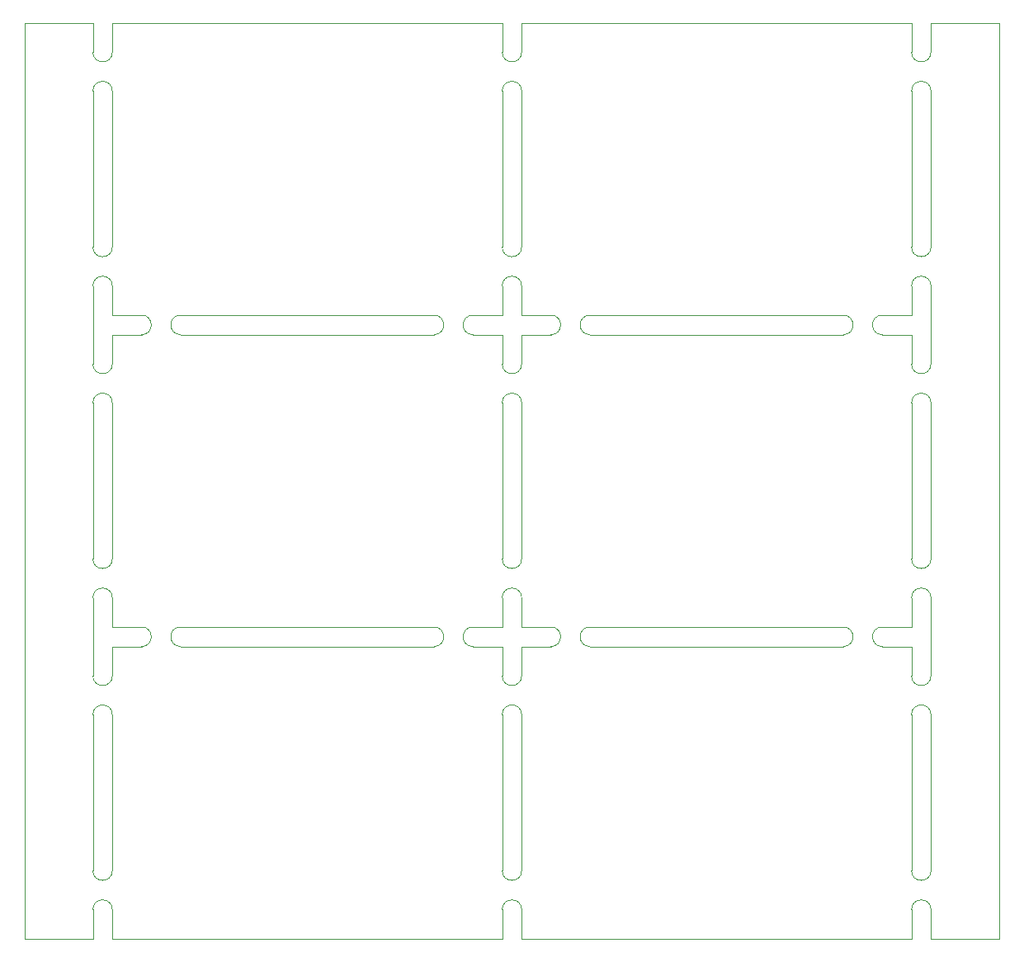
<source format=gbr>
%TF.GenerationSoftware,KiCad,Pcbnew,5.1.8*%
%TF.CreationDate,2020-11-15T21:37:53+00:00*%
%TF.ProjectId,rs232_isolator_panel,72733233-325f-4697-936f-6c61746f725f,rev?*%
%TF.SameCoordinates,PX1d905c0PY2625a00*%
%TF.FileFunction,Profile,NP*%
%FSLAX46Y46*%
G04 Gerber Fmt 4.6, Leading zero omitted, Abs format (unit mm)*
G04 Created by KiCad (PCBNEW 5.1.8) date 2020-11-15 21:37:53*
%MOMM*%
%LPD*%
G01*
G04 APERTURE LIST*
%TA.AperFunction,Profile*%
%ADD10C,0.050000*%
%TD*%
G04 APERTURE END LIST*
D10*
X51000000Y-87000000D02*
G75*
G02*
X49000000Y-87000000I-1000000J0D01*
G01*
X51000000Y-32000000D02*
X54000000Y-32000000D01*
X51000000Y-55000000D02*
X51000000Y-39000000D01*
X7000000Y-27000000D02*
G75*
G02*
X9000000Y-27000000I1000000J0D01*
G01*
X51000000Y-64000000D02*
X54000000Y-64000000D01*
X93000000Y-94000000D02*
X93000000Y-91000000D01*
X46000000Y-32000000D02*
G75*
G02*
X46000000Y-30000000I0J1000000D01*
G01*
X51000000Y-35000000D02*
G75*
G02*
X49000000Y-35000000I-1000000J0D01*
G01*
X46000000Y0D02*
X49000000Y0D01*
X93000000Y-35000000D02*
X93000000Y-27000000D01*
X88000000Y-94000000D02*
X91000000Y-94000000D01*
X51000000Y-23000000D02*
G75*
G02*
X49000000Y-23000000I-1000000J0D01*
G01*
X42000000Y-62000000D02*
G75*
G02*
X42000000Y-64000000I0J-1000000D01*
G01*
X7000000Y-59000000D02*
G75*
G02*
X9000000Y-59000000I1000000J0D01*
G01*
X9000000Y-23000000D02*
X9000000Y-7000000D01*
X12000000Y-62000000D02*
G75*
G02*
X12000000Y-64000000I0J-1000000D01*
G01*
X91000000Y-35000000D02*
X91000000Y-32000000D01*
X51000000Y0D02*
X54000000Y0D01*
X54000000Y-30000000D02*
X51000000Y-30000000D01*
X91000000Y-67000000D02*
X91000000Y-64000000D01*
X91000000Y-27000000D02*
G75*
G02*
X93000000Y-27000000I1000000J0D01*
G01*
X93000000Y0D02*
X100000000Y0D01*
X58000000Y0D02*
X84000000Y0D01*
X54000000Y-62000000D02*
X51000000Y-62000000D01*
X93000000Y-87000000D02*
G75*
G02*
X91000000Y-87000000I-1000000J0D01*
G01*
X7000000Y-23000000D02*
X7000000Y-7000000D01*
X49000000Y-94000000D02*
X49000000Y-91000000D01*
X49000000Y-27000000D02*
G75*
G02*
X51000000Y-27000000I1000000J0D01*
G01*
X91000000Y-55000000D02*
X91000000Y-39000000D01*
X58000000Y-64000000D02*
G75*
G02*
X58000000Y-62000000I0J1000000D01*
G01*
X51000000Y-55000000D02*
G75*
G02*
X49000000Y-55000000I-1000000J0D01*
G01*
X9000000Y0D02*
X12000000Y0D01*
X7000000Y-39000000D02*
G75*
G02*
X9000000Y-39000000I1000000J0D01*
G01*
X0Y0D02*
X7000000Y0D01*
X49000000Y-35000000D02*
X49000000Y-32000000D01*
X49000000Y-30000000D02*
X49000000Y-27000000D01*
X9000000Y-67000000D02*
X9000000Y-64000000D01*
X9000000Y-87000000D02*
G75*
G02*
X7000000Y-87000000I-1000000J0D01*
G01*
X49000000Y-59000000D02*
G75*
G02*
X51000000Y-59000000I1000000J0D01*
G01*
X12000000Y-62000000D02*
X9000000Y-62000000D01*
X49000000Y-23000000D02*
X49000000Y-7000000D01*
X9000000Y-30000000D02*
X9000000Y-27000000D01*
X54000000Y-94000000D02*
X58000000Y-94000000D01*
X46000000Y-94000000D02*
X49000000Y-94000000D01*
X58000000Y-94000000D02*
X84000000Y-94000000D01*
X51000000Y-67000000D02*
G75*
G02*
X49000000Y-67000000I-1000000J0D01*
G01*
X16000000Y-62000000D02*
X42000000Y-62000000D01*
X9000000Y-94000000D02*
X9000000Y-91000000D01*
X88000000Y-64000000D02*
G75*
G02*
X88000000Y-62000000I0J1000000D01*
G01*
X58000000Y-64000000D02*
X84000000Y-64000000D01*
X9000000Y-35000000D02*
X9000000Y-32000000D01*
X91000000Y-3000000D02*
X91000000Y0D01*
X91000000Y-87000000D02*
X91000000Y-71000000D01*
X0Y-94000000D02*
X0Y0D01*
X91000000Y-23000000D02*
X91000000Y-7000000D01*
X7000000Y-67000000D02*
X7000000Y-59000000D01*
X54000000Y0D02*
X58000000Y0D01*
X51000000Y-94000000D02*
X51000000Y-91000000D01*
X88000000Y-32000000D02*
G75*
G02*
X88000000Y-30000000I0J1000000D01*
G01*
X91000000Y-30000000D02*
X91000000Y-27000000D01*
X7000000Y-91000000D02*
G75*
G02*
X9000000Y-91000000I1000000J0D01*
G01*
X88000000Y-30000000D02*
X91000000Y-30000000D01*
X9000000Y-35000000D02*
G75*
G02*
X7000000Y-35000000I-1000000J0D01*
G01*
X12000000Y0D02*
X16000000Y0D01*
X91000000Y-94000000D02*
X91000000Y-91000000D01*
X49000000Y-71000000D02*
G75*
G02*
X51000000Y-71000000I1000000J0D01*
G01*
X100000000Y0D02*
X100000000Y-94000000D01*
X9000000Y-3000000D02*
X9000000Y0D01*
X93000000Y-3000000D02*
G75*
G02*
X91000000Y-3000000I-1000000J0D01*
G01*
X16000000Y-30000000D02*
X42000000Y-30000000D01*
X91000000Y-91000000D02*
G75*
G02*
X93000000Y-91000000I1000000J0D01*
G01*
X7000000Y-94000000D02*
X7000000Y-91000000D01*
X49000000Y-3000000D02*
X49000000Y0D01*
X9000000Y-32000000D02*
X12000000Y-32000000D01*
X9000000Y-62000000D02*
X9000000Y-59000000D01*
X100000000Y-94000000D02*
X93000000Y-94000000D01*
X46000000Y-30000000D02*
X49000000Y-30000000D01*
X42000000Y-30000000D02*
G75*
G02*
X42000000Y-32000000I0J-1000000D01*
G01*
X46000000Y-62000000D02*
X49000000Y-62000000D01*
X9000000Y-87000000D02*
X9000000Y-71000000D01*
X54000000Y-62000000D02*
G75*
G02*
X54000000Y-64000000I0J-1000000D01*
G01*
X51000000Y-87000000D02*
X51000000Y-71000000D01*
X93000000Y-7000000D02*
X93000000Y-23000000D01*
X51000000Y-3000000D02*
X51000000Y0D01*
X49000000Y-62000000D02*
X49000000Y-59000000D01*
X88000000Y0D02*
X91000000Y0D01*
X49000000Y-91000000D02*
G75*
G02*
X51000000Y-91000000I1000000J0D01*
G01*
X93000000Y-35000000D02*
G75*
G02*
X91000000Y-35000000I-1000000J0D01*
G01*
X7000000Y-94000000D02*
X0Y-94000000D01*
X58000000Y-62000000D02*
X84000000Y-62000000D01*
X88000000Y-64000000D02*
X91000000Y-64000000D01*
X42000000Y0D02*
X46000000Y0D01*
X7000000Y-87000000D02*
X7000000Y-71000000D01*
X12000000Y-94000000D02*
X9000000Y-94000000D01*
X93000000Y0D02*
X93000000Y-3000000D01*
X84000000Y-30000000D02*
G75*
G02*
X84000000Y-32000000I0J-1000000D01*
G01*
X91000000Y-59000000D02*
G75*
G02*
X93000000Y-59000000I1000000J0D01*
G01*
X9000000Y-3000000D02*
G75*
G02*
X7000000Y-3000000I-1000000J0D01*
G01*
X51000000Y-62000000D02*
X51000000Y-59000000D01*
X88000000Y-62000000D02*
X91000000Y-62000000D01*
X91000000Y-62000000D02*
X91000000Y-59000000D01*
X7000000Y-7000000D02*
G75*
G02*
X9000000Y-7000000I1000000J0D01*
G01*
X91000000Y-39000000D02*
G75*
G02*
X93000000Y-39000000I1000000J0D01*
G01*
X51000000Y-30000000D02*
X51000000Y-27000000D01*
X93000000Y-55000000D02*
X93000000Y-39000000D01*
X51000000Y-67000000D02*
X51000000Y-64000000D01*
X84000000Y-94000000D02*
X88000000Y-94000000D01*
X49000000Y-67000000D02*
X49000000Y-64000000D01*
X88000000Y-32000000D02*
X91000000Y-32000000D01*
X49000000Y-39000000D02*
G75*
G02*
X51000000Y-39000000I1000000J0D01*
G01*
X16000000Y-64000000D02*
G75*
G02*
X16000000Y-62000000I0J1000000D01*
G01*
X93000000Y-87000000D02*
X93000000Y-71000000D01*
X93000000Y-67000000D02*
X93000000Y-59000000D01*
X93000000Y-23000000D02*
G75*
G02*
X91000000Y-23000000I-1000000J0D01*
G01*
X16000000Y0D02*
X42000000Y0D01*
X46000000Y-64000000D02*
X49000000Y-64000000D01*
X7000000Y-3000000D02*
X7000000Y0D01*
X9000000Y-55000000D02*
G75*
G02*
X7000000Y-55000000I-1000000J0D01*
G01*
X93000000Y-67000000D02*
G75*
G02*
X91000000Y-67000000I-1000000J0D01*
G01*
X46000000Y-64000000D02*
G75*
G02*
X46000000Y-62000000I0J1000000D01*
G01*
X51000000Y-23000000D02*
X51000000Y-7000000D01*
X54000000Y-30000000D02*
G75*
G02*
X54000000Y-32000000I0J-1000000D01*
G01*
X58000000Y-32000000D02*
X84000000Y-32000000D01*
X9000000Y-55000000D02*
X9000000Y-39000000D01*
X93000000Y-55000000D02*
G75*
G02*
X91000000Y-55000000I-1000000J0D01*
G01*
X51000000Y-35000000D02*
X51000000Y-32000000D01*
X51000000Y-3000000D02*
G75*
G02*
X49000000Y-3000000I-1000000J0D01*
G01*
X12000000Y-30000000D02*
X9000000Y-30000000D01*
X16000000Y-32000000D02*
G75*
G02*
X16000000Y-30000000I0J1000000D01*
G01*
X12000000Y-94000000D02*
X16000000Y-94000000D01*
X7000000Y-35000000D02*
X7000000Y-27000000D01*
X46000000Y-32000000D02*
X49000000Y-32000000D01*
X88000000Y0D02*
X84000000Y0D01*
X16000000Y-64000000D02*
X42000000Y-64000000D01*
X54000000Y-94000000D02*
X51000000Y-94000000D01*
X16000000Y-32000000D02*
X42000000Y-32000000D01*
X42000000Y-94000000D02*
X46000000Y-94000000D01*
X58000000Y-30000000D02*
X84000000Y-30000000D01*
X91000000Y-71000000D02*
G75*
G02*
X93000000Y-71000000I1000000J0D01*
G01*
X58000000Y-32000000D02*
G75*
G02*
X58000000Y-30000000I0J1000000D01*
G01*
X9000000Y-23000000D02*
G75*
G02*
X7000000Y-23000000I-1000000J0D01*
G01*
X16000000Y-94000000D02*
X42000000Y-94000000D01*
X9000000Y-64000000D02*
X12000000Y-64000000D01*
X49000000Y-87000000D02*
X49000000Y-71000000D01*
X7000000Y-71000000D02*
G75*
G02*
X9000000Y-71000000I1000000J0D01*
G01*
X49000000Y-7000000D02*
G75*
G02*
X51000000Y-7000000I1000000J0D01*
G01*
X7000000Y-55000000D02*
X7000000Y-39000000D01*
X84000000Y-62000000D02*
G75*
G02*
X84000000Y-64000000I0J-1000000D01*
G01*
X9000000Y-67000000D02*
G75*
G02*
X7000000Y-67000000I-1000000J0D01*
G01*
X12000000Y-30000000D02*
G75*
G02*
X12000000Y-32000000I0J-1000000D01*
G01*
X49000000Y-55000000D02*
X49000000Y-39000000D01*
X91000000Y-7000000D02*
G75*
G02*
X93000000Y-7000000I1000000J0D01*
G01*
M02*

</source>
